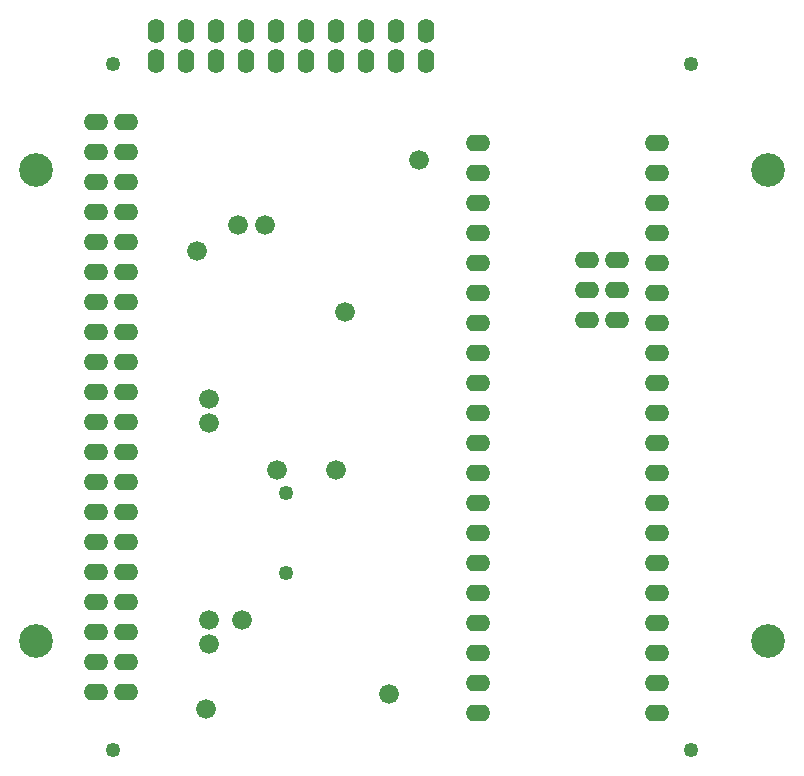
<source format=gbs>
G04 Layer_Color=8150272*
%FSLAX25Y25*%
%MOIN*%
G70*
G01*
G75*
%ADD50C,0.06600*%
%ADD65C,0.11230*%
%ADD66C,0.04931*%
%ADD67O,0.08100X0.05600*%
%ADD68O,0.05600X0.08100*%
D50*
X216535Y311024D02*
D03*
X146653Y223425D02*
D03*
X188976Y207677D02*
D03*
X169291D02*
D03*
X191761Y260427D02*
D03*
X146653Y231299D02*
D03*
X145669Y127953D02*
D03*
X146653Y149606D02*
D03*
X157480Y157480D02*
D03*
X146653D02*
D03*
X142717Y280512D02*
D03*
X156363Y289237D02*
D03*
X165354Y289370D02*
D03*
X206693Y132874D02*
D03*
D65*
X333070Y307480D02*
D03*
Y150492D02*
D03*
X88917Y307480D02*
D03*
Y150492D02*
D03*
D66*
X307189Y114220D02*
D03*
X114614D02*
D03*
Y342850D02*
D03*
X307189D02*
D03*
X172244Y173228D02*
D03*
Y200000D02*
D03*
D67*
X236094Y126437D02*
D03*
Y136437D02*
D03*
Y146437D02*
D03*
Y156437D02*
D03*
Y166437D02*
D03*
Y176437D02*
D03*
Y186437D02*
D03*
Y196437D02*
D03*
Y206437D02*
D03*
Y216437D02*
D03*
Y226437D02*
D03*
Y236437D02*
D03*
Y246437D02*
D03*
Y256437D02*
D03*
Y266437D02*
D03*
Y276437D02*
D03*
Y286437D02*
D03*
Y296437D02*
D03*
Y306437D02*
D03*
Y316437D02*
D03*
X295957Y126437D02*
D03*
Y136437D02*
D03*
Y146437D02*
D03*
Y156437D02*
D03*
Y166437D02*
D03*
Y176437D02*
D03*
Y186437D02*
D03*
Y196437D02*
D03*
Y206437D02*
D03*
Y216437D02*
D03*
Y226437D02*
D03*
Y236437D02*
D03*
Y246437D02*
D03*
Y256437D02*
D03*
Y266437D02*
D03*
Y276437D02*
D03*
Y286437D02*
D03*
Y296437D02*
D03*
Y306437D02*
D03*
Y316437D02*
D03*
X108921Y323622D02*
D03*
Y313622D02*
D03*
Y303622D02*
D03*
Y293622D02*
D03*
Y283622D02*
D03*
Y273622D02*
D03*
Y263622D02*
D03*
Y253622D02*
D03*
Y243622D02*
D03*
Y233622D02*
D03*
Y223622D02*
D03*
Y213622D02*
D03*
Y203622D02*
D03*
Y193622D02*
D03*
Y183622D02*
D03*
Y173622D02*
D03*
Y163622D02*
D03*
Y153622D02*
D03*
Y143622D02*
D03*
Y133622D02*
D03*
X118921D02*
D03*
Y143622D02*
D03*
Y153622D02*
D03*
Y163622D02*
D03*
Y173622D02*
D03*
Y183622D02*
D03*
Y193622D02*
D03*
Y203622D02*
D03*
Y213622D02*
D03*
Y223622D02*
D03*
Y233622D02*
D03*
Y243622D02*
D03*
Y253622D02*
D03*
Y263622D02*
D03*
Y273622D02*
D03*
Y283622D02*
D03*
Y293622D02*
D03*
Y303622D02*
D03*
Y313622D02*
D03*
Y323622D02*
D03*
X272638Y257657D02*
D03*
X282638D02*
D03*
X272638Y267657D02*
D03*
X282638D02*
D03*
X272638Y277657D02*
D03*
X282638D02*
D03*
D68*
X129000Y354000D02*
D03*
X139000D02*
D03*
X149000D02*
D03*
X159000D02*
D03*
X169000D02*
D03*
X179000D02*
D03*
X189000D02*
D03*
X199000D02*
D03*
X209000D02*
D03*
X219000D02*
D03*
Y344000D02*
D03*
X209000D02*
D03*
X199000D02*
D03*
X189000D02*
D03*
X179000D02*
D03*
X169000D02*
D03*
X159000D02*
D03*
X149000D02*
D03*
X139000D02*
D03*
X129000D02*
D03*
M02*

</source>
